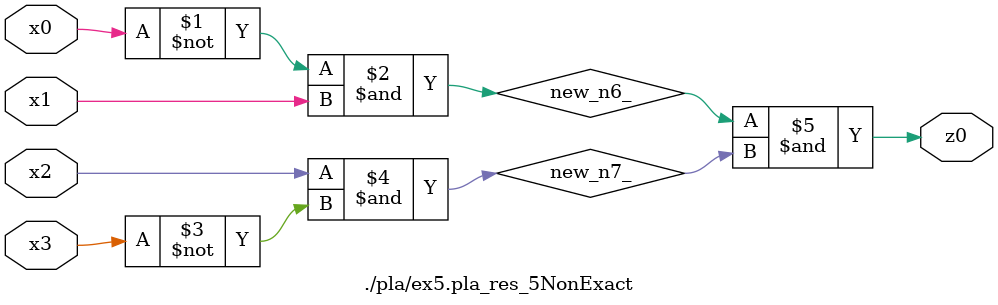
<source format=v>

module \./pla/ex5.pla_res_5NonExact  ( 
    x0, x1, x2, x3,
    z0  );
  input  x0, x1, x2, x3;
  output z0;
  wire new_n6_, new_n7_;
  assign new_n6_ = ~x0 & x1;
  assign new_n7_ = x2 & ~x3;
  assign z0 = new_n6_ & new_n7_;
endmodule



</source>
